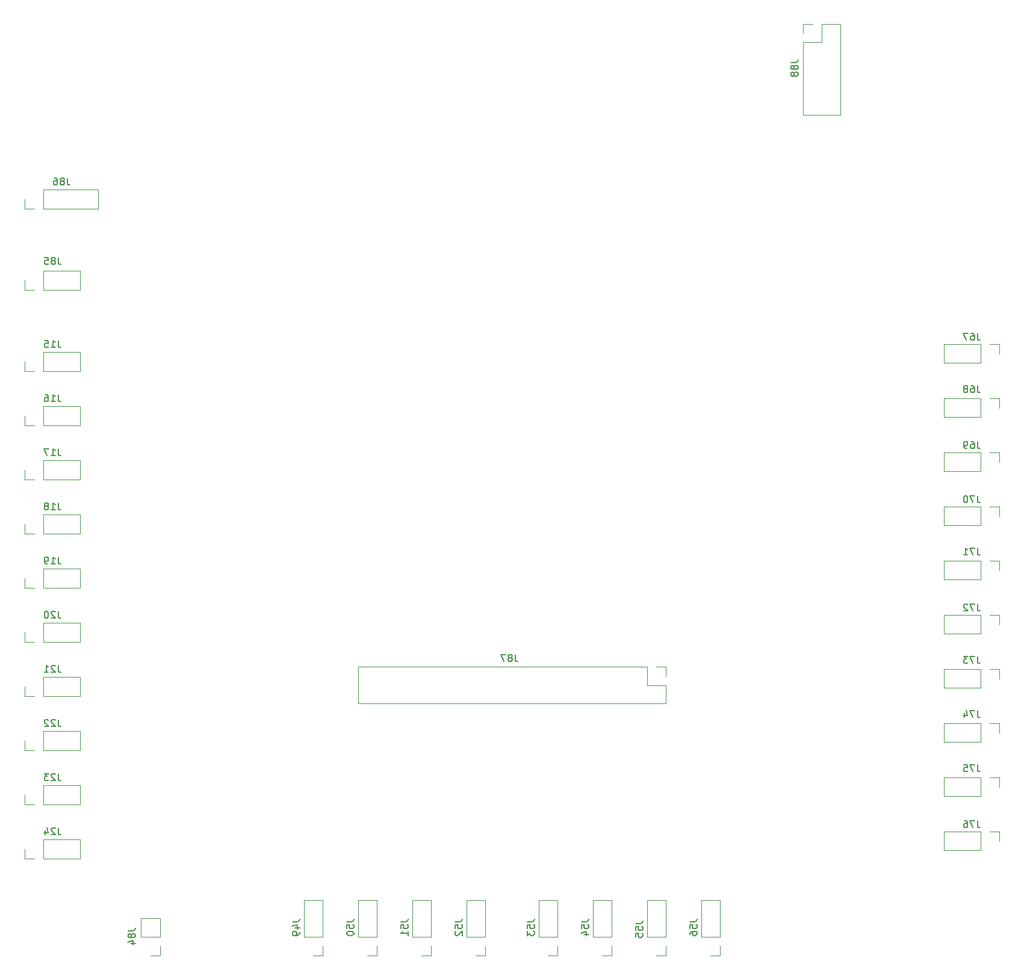
<source format=gbo>
%TF.GenerationSoftware,KiCad,Pcbnew,9.0.6-9.0.6~ubuntu24.04.1*%
%TF.CreationDate,2025-12-31T17:55:56-08:00*%
%TF.ProjectId,roboRIO-interface-v3,726f626f-5249-44f2-9d69-6e7465726661,3*%
%TF.SameCoordinates,PX4fefde0PYc90dba0*%
%TF.FileFunction,Legend,Bot*%
%TF.FilePolarity,Positive*%
%FSLAX46Y46*%
G04 Gerber Fmt 4.6, Leading zero omitted, Abs format (unit mm)*
G04 Created by KiCad (PCBNEW 9.0.6-9.0.6~ubuntu24.04.1) date 2025-12-31 17:55:56*
%MOMM*%
%LPD*%
G01*
G04 APERTURE LIST*
%ADD10C,0.150000*%
%ADD11C,0.120000*%
G04 APERTURE END LIST*
D10*
X218995523Y-136360819D02*
X218995523Y-137075104D01*
X218995523Y-137075104D02*
X219043142Y-137217961D01*
X219043142Y-137217961D02*
X219138380Y-137313200D01*
X219138380Y-137313200D02*
X219281237Y-137360819D01*
X219281237Y-137360819D02*
X219376475Y-137360819D01*
X218090761Y-136360819D02*
X218281237Y-136360819D01*
X218281237Y-136360819D02*
X218376475Y-136408438D01*
X218376475Y-136408438D02*
X218424094Y-136456057D01*
X218424094Y-136456057D02*
X218519332Y-136598914D01*
X218519332Y-136598914D02*
X218566951Y-136789390D01*
X218566951Y-136789390D02*
X218566951Y-137170342D01*
X218566951Y-137170342D02*
X218519332Y-137265580D01*
X218519332Y-137265580D02*
X218471713Y-137313200D01*
X218471713Y-137313200D02*
X218376475Y-137360819D01*
X218376475Y-137360819D02*
X218185999Y-137360819D01*
X218185999Y-137360819D02*
X218090761Y-137313200D01*
X218090761Y-137313200D02*
X218043142Y-137265580D01*
X218043142Y-137265580D02*
X217995523Y-137170342D01*
X217995523Y-137170342D02*
X217995523Y-136932247D01*
X217995523Y-136932247D02*
X218043142Y-136837009D01*
X218043142Y-136837009D02*
X218090761Y-136789390D01*
X218090761Y-136789390D02*
X218185999Y-136741771D01*
X218185999Y-136741771D02*
X218376475Y-136741771D01*
X218376475Y-136741771D02*
X218471713Y-136789390D01*
X218471713Y-136789390D02*
X218519332Y-136837009D01*
X218519332Y-136837009D02*
X218566951Y-136932247D01*
X217519332Y-137360819D02*
X217328856Y-137360819D01*
X217328856Y-137360819D02*
X217233618Y-137313200D01*
X217233618Y-137313200D02*
X217185999Y-137265580D01*
X217185999Y-137265580D02*
X217090761Y-137122723D01*
X217090761Y-137122723D02*
X217043142Y-136932247D01*
X217043142Y-136932247D02*
X217043142Y-136551295D01*
X217043142Y-136551295D02*
X217090761Y-136456057D01*
X217090761Y-136456057D02*
X217138380Y-136408438D01*
X217138380Y-136408438D02*
X217233618Y-136360819D01*
X217233618Y-136360819D02*
X217424094Y-136360819D01*
X217424094Y-136360819D02*
X217519332Y-136408438D01*
X217519332Y-136408438D02*
X217566951Y-136456057D01*
X217566951Y-136456057D02*
X217614570Y-136551295D01*
X217614570Y-136551295D02*
X217614570Y-136789390D01*
X217614570Y-136789390D02*
X217566951Y-136884628D01*
X217566951Y-136884628D02*
X217519332Y-136932247D01*
X217519332Y-136932247D02*
X217424094Y-136979866D01*
X217424094Y-136979866D02*
X217233618Y-136979866D01*
X217233618Y-136979866D02*
X217138380Y-136932247D01*
X217138380Y-136932247D02*
X217090761Y-136884628D01*
X217090761Y-136884628D02*
X217043142Y-136789390D01*
X145504819Y-203914476D02*
X146219104Y-203914476D01*
X146219104Y-203914476D02*
X146361961Y-203866857D01*
X146361961Y-203866857D02*
X146457200Y-203771619D01*
X146457200Y-203771619D02*
X146504819Y-203628762D01*
X146504819Y-203628762D02*
X146504819Y-203533524D01*
X145504819Y-204866857D02*
X145504819Y-204390667D01*
X145504819Y-204390667D02*
X145981009Y-204343048D01*
X145981009Y-204343048D02*
X145933390Y-204390667D01*
X145933390Y-204390667D02*
X145885771Y-204485905D01*
X145885771Y-204485905D02*
X145885771Y-204724000D01*
X145885771Y-204724000D02*
X145933390Y-204819238D01*
X145933390Y-204819238D02*
X145981009Y-204866857D01*
X145981009Y-204866857D02*
X146076247Y-204914476D01*
X146076247Y-204914476D02*
X146314342Y-204914476D01*
X146314342Y-204914476D02*
X146409580Y-204866857D01*
X146409580Y-204866857D02*
X146457200Y-204819238D01*
X146457200Y-204819238D02*
X146504819Y-204724000D01*
X146504819Y-204724000D02*
X146504819Y-204485905D01*
X146504819Y-204485905D02*
X146457200Y-204390667D01*
X146457200Y-204390667D02*
X146409580Y-204343048D01*
X145600057Y-205295429D02*
X145552438Y-205343048D01*
X145552438Y-205343048D02*
X145504819Y-205438286D01*
X145504819Y-205438286D02*
X145504819Y-205676381D01*
X145504819Y-205676381D02*
X145552438Y-205771619D01*
X145552438Y-205771619D02*
X145600057Y-205819238D01*
X145600057Y-205819238D02*
X145695295Y-205866857D01*
X145695295Y-205866857D02*
X145790533Y-205866857D01*
X145790533Y-205866857D02*
X145933390Y-205819238D01*
X145933390Y-205819238D02*
X146504819Y-205247810D01*
X146504819Y-205247810D02*
X146504819Y-205866857D01*
X89709523Y-144996819D02*
X89709523Y-145711104D01*
X89709523Y-145711104D02*
X89757142Y-145853961D01*
X89757142Y-145853961D02*
X89852380Y-145949200D01*
X89852380Y-145949200D02*
X89995237Y-145996819D01*
X89995237Y-145996819D02*
X90090475Y-145996819D01*
X88709523Y-145996819D02*
X89280951Y-145996819D01*
X88995237Y-145996819D02*
X88995237Y-144996819D01*
X88995237Y-144996819D02*
X89090475Y-145139676D01*
X89090475Y-145139676D02*
X89185713Y-145234914D01*
X89185713Y-145234914D02*
X89280951Y-145282533D01*
X88138094Y-145425390D02*
X88233332Y-145377771D01*
X88233332Y-145377771D02*
X88280951Y-145330152D01*
X88280951Y-145330152D02*
X88328570Y-145234914D01*
X88328570Y-145234914D02*
X88328570Y-145187295D01*
X88328570Y-145187295D02*
X88280951Y-145092057D01*
X88280951Y-145092057D02*
X88233332Y-145044438D01*
X88233332Y-145044438D02*
X88138094Y-144996819D01*
X88138094Y-144996819D02*
X87947618Y-144996819D01*
X87947618Y-144996819D02*
X87852380Y-145044438D01*
X87852380Y-145044438D02*
X87804761Y-145092057D01*
X87804761Y-145092057D02*
X87757142Y-145187295D01*
X87757142Y-145187295D02*
X87757142Y-145234914D01*
X87757142Y-145234914D02*
X87804761Y-145330152D01*
X87804761Y-145330152D02*
X87852380Y-145377771D01*
X87852380Y-145377771D02*
X87947618Y-145425390D01*
X87947618Y-145425390D02*
X88138094Y-145425390D01*
X88138094Y-145425390D02*
X88233332Y-145473009D01*
X88233332Y-145473009D02*
X88280951Y-145520628D01*
X88280951Y-145520628D02*
X88328570Y-145615866D01*
X88328570Y-145615866D02*
X88328570Y-145806342D01*
X88328570Y-145806342D02*
X88280951Y-145901580D01*
X88280951Y-145901580D02*
X88233332Y-145949200D01*
X88233332Y-145949200D02*
X88138094Y-145996819D01*
X88138094Y-145996819D02*
X87947618Y-145996819D01*
X87947618Y-145996819D02*
X87852380Y-145949200D01*
X87852380Y-145949200D02*
X87804761Y-145901580D01*
X87804761Y-145901580D02*
X87757142Y-145806342D01*
X87757142Y-145806342D02*
X87757142Y-145615866D01*
X87757142Y-145615866D02*
X87804761Y-145520628D01*
X87804761Y-145520628D02*
X87852380Y-145473009D01*
X87852380Y-145473009D02*
X87947618Y-145425390D01*
X89709523Y-137376819D02*
X89709523Y-138091104D01*
X89709523Y-138091104D02*
X89757142Y-138233961D01*
X89757142Y-138233961D02*
X89852380Y-138329200D01*
X89852380Y-138329200D02*
X89995237Y-138376819D01*
X89995237Y-138376819D02*
X90090475Y-138376819D01*
X88709523Y-138376819D02*
X89280951Y-138376819D01*
X88995237Y-138376819D02*
X88995237Y-137376819D01*
X88995237Y-137376819D02*
X89090475Y-137519676D01*
X89090475Y-137519676D02*
X89185713Y-137614914D01*
X89185713Y-137614914D02*
X89280951Y-137662533D01*
X88376189Y-137376819D02*
X87709523Y-137376819D01*
X87709523Y-137376819D02*
X88138094Y-138376819D01*
X89709523Y-152616819D02*
X89709523Y-153331104D01*
X89709523Y-153331104D02*
X89757142Y-153473961D01*
X89757142Y-153473961D02*
X89852380Y-153569200D01*
X89852380Y-153569200D02*
X89995237Y-153616819D01*
X89995237Y-153616819D02*
X90090475Y-153616819D01*
X88709523Y-153616819D02*
X89280951Y-153616819D01*
X88995237Y-153616819D02*
X88995237Y-152616819D01*
X88995237Y-152616819D02*
X89090475Y-152759676D01*
X89090475Y-152759676D02*
X89185713Y-152854914D01*
X89185713Y-152854914D02*
X89280951Y-152902533D01*
X88233332Y-153616819D02*
X88042856Y-153616819D01*
X88042856Y-153616819D02*
X87947618Y-153569200D01*
X87947618Y-153569200D02*
X87899999Y-153521580D01*
X87899999Y-153521580D02*
X87804761Y-153378723D01*
X87804761Y-153378723D02*
X87757142Y-153188247D01*
X87757142Y-153188247D02*
X87757142Y-152807295D01*
X87757142Y-152807295D02*
X87804761Y-152712057D01*
X87804761Y-152712057D02*
X87852380Y-152664438D01*
X87852380Y-152664438D02*
X87947618Y-152616819D01*
X87947618Y-152616819D02*
X88138094Y-152616819D01*
X88138094Y-152616819D02*
X88233332Y-152664438D01*
X88233332Y-152664438D02*
X88280951Y-152712057D01*
X88280951Y-152712057D02*
X88328570Y-152807295D01*
X88328570Y-152807295D02*
X88328570Y-153045390D01*
X88328570Y-153045390D02*
X88280951Y-153140628D01*
X88280951Y-153140628D02*
X88233332Y-153188247D01*
X88233332Y-153188247D02*
X88138094Y-153235866D01*
X88138094Y-153235866D02*
X87947618Y-153235866D01*
X87947618Y-153235866D02*
X87852380Y-153188247D01*
X87852380Y-153188247D02*
X87804761Y-153140628D01*
X87804761Y-153140628D02*
X87757142Y-153045390D01*
X218995523Y-166586819D02*
X218995523Y-167301104D01*
X218995523Y-167301104D02*
X219043142Y-167443961D01*
X219043142Y-167443961D02*
X219138380Y-167539200D01*
X219138380Y-167539200D02*
X219281237Y-167586819D01*
X219281237Y-167586819D02*
X219376475Y-167586819D01*
X218614570Y-166586819D02*
X217947904Y-166586819D01*
X217947904Y-166586819D02*
X218376475Y-167586819D01*
X217662189Y-166586819D02*
X217043142Y-166586819D01*
X217043142Y-166586819D02*
X217376475Y-166967771D01*
X217376475Y-166967771D02*
X217233618Y-166967771D01*
X217233618Y-166967771D02*
X217138380Y-167015390D01*
X217138380Y-167015390D02*
X217090761Y-167063009D01*
X217090761Y-167063009D02*
X217043142Y-167158247D01*
X217043142Y-167158247D02*
X217043142Y-167396342D01*
X217043142Y-167396342D02*
X217090761Y-167491580D01*
X217090761Y-167491580D02*
X217138380Y-167539200D01*
X217138380Y-167539200D02*
X217233618Y-167586819D01*
X217233618Y-167586819D02*
X217519332Y-167586819D01*
X217519332Y-167586819D02*
X217614570Y-167539200D01*
X217614570Y-167539200D02*
X217662189Y-167491580D01*
X218995523Y-189700819D02*
X218995523Y-190415104D01*
X218995523Y-190415104D02*
X219043142Y-190557961D01*
X219043142Y-190557961D02*
X219138380Y-190653200D01*
X219138380Y-190653200D02*
X219281237Y-190700819D01*
X219281237Y-190700819D02*
X219376475Y-190700819D01*
X218614570Y-189700819D02*
X217947904Y-189700819D01*
X217947904Y-189700819D02*
X218376475Y-190700819D01*
X217138380Y-189700819D02*
X217328856Y-189700819D01*
X217328856Y-189700819D02*
X217424094Y-189748438D01*
X217424094Y-189748438D02*
X217471713Y-189796057D01*
X217471713Y-189796057D02*
X217566951Y-189938914D01*
X217566951Y-189938914D02*
X217614570Y-190129390D01*
X217614570Y-190129390D02*
X217614570Y-190510342D01*
X217614570Y-190510342D02*
X217566951Y-190605580D01*
X217566951Y-190605580D02*
X217519332Y-190653200D01*
X217519332Y-190653200D02*
X217424094Y-190700819D01*
X217424094Y-190700819D02*
X217233618Y-190700819D01*
X217233618Y-190700819D02*
X217138380Y-190653200D01*
X217138380Y-190653200D02*
X217090761Y-190605580D01*
X217090761Y-190605580D02*
X217043142Y-190510342D01*
X217043142Y-190510342D02*
X217043142Y-190272247D01*
X217043142Y-190272247D02*
X217090761Y-190177009D01*
X217090761Y-190177009D02*
X217138380Y-190129390D01*
X217138380Y-190129390D02*
X217233618Y-190081771D01*
X217233618Y-190081771D02*
X217424094Y-190081771D01*
X217424094Y-190081771D02*
X217519332Y-190129390D01*
X217519332Y-190129390D02*
X217566951Y-190177009D01*
X217566951Y-190177009D02*
X217614570Y-190272247D01*
X89709523Y-183096819D02*
X89709523Y-183811104D01*
X89709523Y-183811104D02*
X89757142Y-183953961D01*
X89757142Y-183953961D02*
X89852380Y-184049200D01*
X89852380Y-184049200D02*
X89995237Y-184096819D01*
X89995237Y-184096819D02*
X90090475Y-184096819D01*
X89280951Y-183192057D02*
X89233332Y-183144438D01*
X89233332Y-183144438D02*
X89138094Y-183096819D01*
X89138094Y-183096819D02*
X88899999Y-183096819D01*
X88899999Y-183096819D02*
X88804761Y-183144438D01*
X88804761Y-183144438D02*
X88757142Y-183192057D01*
X88757142Y-183192057D02*
X88709523Y-183287295D01*
X88709523Y-183287295D02*
X88709523Y-183382533D01*
X88709523Y-183382533D02*
X88757142Y-183525390D01*
X88757142Y-183525390D02*
X89328570Y-184096819D01*
X89328570Y-184096819D02*
X88709523Y-184096819D01*
X88376189Y-183096819D02*
X87757142Y-183096819D01*
X87757142Y-183096819D02*
X88090475Y-183477771D01*
X88090475Y-183477771D02*
X87947618Y-183477771D01*
X87947618Y-183477771D02*
X87852380Y-183525390D01*
X87852380Y-183525390D02*
X87804761Y-183573009D01*
X87804761Y-183573009D02*
X87757142Y-183668247D01*
X87757142Y-183668247D02*
X87757142Y-183906342D01*
X87757142Y-183906342D02*
X87804761Y-184001580D01*
X87804761Y-184001580D02*
X87852380Y-184049200D01*
X87852380Y-184049200D02*
X87947618Y-184096819D01*
X87947618Y-184096819D02*
X88233332Y-184096819D01*
X88233332Y-184096819D02*
X88328570Y-184049200D01*
X88328570Y-184049200D02*
X88376189Y-184001580D01*
X218995523Y-174206819D02*
X218995523Y-174921104D01*
X218995523Y-174921104D02*
X219043142Y-175063961D01*
X219043142Y-175063961D02*
X219138380Y-175159200D01*
X219138380Y-175159200D02*
X219281237Y-175206819D01*
X219281237Y-175206819D02*
X219376475Y-175206819D01*
X218614570Y-174206819D02*
X217947904Y-174206819D01*
X217947904Y-174206819D02*
X218376475Y-175206819D01*
X217138380Y-174540152D02*
X217138380Y-175206819D01*
X217376475Y-174159200D02*
X217614570Y-174873485D01*
X217614570Y-174873485D02*
X216995523Y-174873485D01*
X218995523Y-143980819D02*
X218995523Y-144695104D01*
X218995523Y-144695104D02*
X219043142Y-144837961D01*
X219043142Y-144837961D02*
X219138380Y-144933200D01*
X219138380Y-144933200D02*
X219281237Y-144980819D01*
X219281237Y-144980819D02*
X219376475Y-144980819D01*
X218614570Y-143980819D02*
X217947904Y-143980819D01*
X217947904Y-143980819D02*
X218376475Y-144980819D01*
X217376475Y-143980819D02*
X217281237Y-143980819D01*
X217281237Y-143980819D02*
X217185999Y-144028438D01*
X217185999Y-144028438D02*
X217138380Y-144076057D01*
X217138380Y-144076057D02*
X217090761Y-144171295D01*
X217090761Y-144171295D02*
X217043142Y-144361771D01*
X217043142Y-144361771D02*
X217043142Y-144599866D01*
X217043142Y-144599866D02*
X217090761Y-144790342D01*
X217090761Y-144790342D02*
X217138380Y-144885580D01*
X217138380Y-144885580D02*
X217185999Y-144933200D01*
X217185999Y-144933200D02*
X217281237Y-144980819D01*
X217281237Y-144980819D02*
X217376475Y-144980819D01*
X217376475Y-144980819D02*
X217471713Y-144933200D01*
X217471713Y-144933200D02*
X217519332Y-144885580D01*
X217519332Y-144885580D02*
X217566951Y-144790342D01*
X217566951Y-144790342D02*
X217614570Y-144599866D01*
X217614570Y-144599866D02*
X217614570Y-144361771D01*
X217614570Y-144361771D02*
X217566951Y-144171295D01*
X217566951Y-144171295D02*
X217519332Y-144076057D01*
X217519332Y-144076057D02*
X217471713Y-144028438D01*
X217471713Y-144028438D02*
X217376475Y-143980819D01*
X178524819Y-203914476D02*
X179239104Y-203914476D01*
X179239104Y-203914476D02*
X179381961Y-203866857D01*
X179381961Y-203866857D02*
X179477200Y-203771619D01*
X179477200Y-203771619D02*
X179524819Y-203628762D01*
X179524819Y-203628762D02*
X179524819Y-203533524D01*
X178524819Y-204866857D02*
X178524819Y-204390667D01*
X178524819Y-204390667D02*
X179001009Y-204343048D01*
X179001009Y-204343048D02*
X178953390Y-204390667D01*
X178953390Y-204390667D02*
X178905771Y-204485905D01*
X178905771Y-204485905D02*
X178905771Y-204724000D01*
X178905771Y-204724000D02*
X178953390Y-204819238D01*
X178953390Y-204819238D02*
X179001009Y-204866857D01*
X179001009Y-204866857D02*
X179096247Y-204914476D01*
X179096247Y-204914476D02*
X179334342Y-204914476D01*
X179334342Y-204914476D02*
X179429580Y-204866857D01*
X179429580Y-204866857D02*
X179477200Y-204819238D01*
X179477200Y-204819238D02*
X179524819Y-204724000D01*
X179524819Y-204724000D02*
X179524819Y-204485905D01*
X179524819Y-204485905D02*
X179477200Y-204390667D01*
X179477200Y-204390667D02*
X179429580Y-204343048D01*
X178524819Y-205771619D02*
X178524819Y-205581143D01*
X178524819Y-205581143D02*
X178572438Y-205485905D01*
X178572438Y-205485905D02*
X178620057Y-205438286D01*
X178620057Y-205438286D02*
X178762914Y-205343048D01*
X178762914Y-205343048D02*
X178953390Y-205295429D01*
X178953390Y-205295429D02*
X179334342Y-205295429D01*
X179334342Y-205295429D02*
X179429580Y-205343048D01*
X179429580Y-205343048D02*
X179477200Y-205390667D01*
X179477200Y-205390667D02*
X179524819Y-205485905D01*
X179524819Y-205485905D02*
X179524819Y-205676381D01*
X179524819Y-205676381D02*
X179477200Y-205771619D01*
X179477200Y-205771619D02*
X179429580Y-205819238D01*
X179429580Y-205819238D02*
X179334342Y-205866857D01*
X179334342Y-205866857D02*
X179096247Y-205866857D01*
X179096247Y-205866857D02*
X179001009Y-205819238D01*
X179001009Y-205819238D02*
X178953390Y-205771619D01*
X178953390Y-205771619D02*
X178905771Y-205676381D01*
X178905771Y-205676381D02*
X178905771Y-205485905D01*
X178905771Y-205485905D02*
X178953390Y-205390667D01*
X178953390Y-205390667D02*
X179001009Y-205343048D01*
X179001009Y-205343048D02*
X179096247Y-205295429D01*
X218995523Y-151346819D02*
X218995523Y-152061104D01*
X218995523Y-152061104D02*
X219043142Y-152203961D01*
X219043142Y-152203961D02*
X219138380Y-152299200D01*
X219138380Y-152299200D02*
X219281237Y-152346819D01*
X219281237Y-152346819D02*
X219376475Y-152346819D01*
X218614570Y-151346819D02*
X217947904Y-151346819D01*
X217947904Y-151346819D02*
X218376475Y-152346819D01*
X217043142Y-152346819D02*
X217614570Y-152346819D01*
X217328856Y-152346819D02*
X217328856Y-151346819D01*
X217328856Y-151346819D02*
X217424094Y-151489676D01*
X217424094Y-151489676D02*
X217519332Y-151584914D01*
X217519332Y-151584914D02*
X217614570Y-151632533D01*
X218995523Y-121120819D02*
X218995523Y-121835104D01*
X218995523Y-121835104D02*
X219043142Y-121977961D01*
X219043142Y-121977961D02*
X219138380Y-122073200D01*
X219138380Y-122073200D02*
X219281237Y-122120819D01*
X219281237Y-122120819D02*
X219376475Y-122120819D01*
X218090761Y-121120819D02*
X218281237Y-121120819D01*
X218281237Y-121120819D02*
X218376475Y-121168438D01*
X218376475Y-121168438D02*
X218424094Y-121216057D01*
X218424094Y-121216057D02*
X218519332Y-121358914D01*
X218519332Y-121358914D02*
X218566951Y-121549390D01*
X218566951Y-121549390D02*
X218566951Y-121930342D01*
X218566951Y-121930342D02*
X218519332Y-122025580D01*
X218519332Y-122025580D02*
X218471713Y-122073200D01*
X218471713Y-122073200D02*
X218376475Y-122120819D01*
X218376475Y-122120819D02*
X218185999Y-122120819D01*
X218185999Y-122120819D02*
X218090761Y-122073200D01*
X218090761Y-122073200D02*
X218043142Y-122025580D01*
X218043142Y-122025580D02*
X217995523Y-121930342D01*
X217995523Y-121930342D02*
X217995523Y-121692247D01*
X217995523Y-121692247D02*
X218043142Y-121597009D01*
X218043142Y-121597009D02*
X218090761Y-121549390D01*
X218090761Y-121549390D02*
X218185999Y-121501771D01*
X218185999Y-121501771D02*
X218376475Y-121501771D01*
X218376475Y-121501771D02*
X218471713Y-121549390D01*
X218471713Y-121549390D02*
X218519332Y-121597009D01*
X218519332Y-121597009D02*
X218566951Y-121692247D01*
X217662189Y-121120819D02*
X216995523Y-121120819D01*
X216995523Y-121120819D02*
X217424094Y-122120819D01*
X170904819Y-204168476D02*
X171619104Y-204168476D01*
X171619104Y-204168476D02*
X171761961Y-204120857D01*
X171761961Y-204120857D02*
X171857200Y-204025619D01*
X171857200Y-204025619D02*
X171904819Y-203882762D01*
X171904819Y-203882762D02*
X171904819Y-203787524D01*
X170904819Y-205120857D02*
X170904819Y-204644667D01*
X170904819Y-204644667D02*
X171381009Y-204597048D01*
X171381009Y-204597048D02*
X171333390Y-204644667D01*
X171333390Y-204644667D02*
X171285771Y-204739905D01*
X171285771Y-204739905D02*
X171285771Y-204978000D01*
X171285771Y-204978000D02*
X171333390Y-205073238D01*
X171333390Y-205073238D02*
X171381009Y-205120857D01*
X171381009Y-205120857D02*
X171476247Y-205168476D01*
X171476247Y-205168476D02*
X171714342Y-205168476D01*
X171714342Y-205168476D02*
X171809580Y-205120857D01*
X171809580Y-205120857D02*
X171857200Y-205073238D01*
X171857200Y-205073238D02*
X171904819Y-204978000D01*
X171904819Y-204978000D02*
X171904819Y-204739905D01*
X171904819Y-204739905D02*
X171857200Y-204644667D01*
X171857200Y-204644667D02*
X171809580Y-204597048D01*
X170904819Y-206073238D02*
X170904819Y-205597048D01*
X170904819Y-205597048D02*
X171381009Y-205549429D01*
X171381009Y-205549429D02*
X171333390Y-205597048D01*
X171333390Y-205597048D02*
X171285771Y-205692286D01*
X171285771Y-205692286D02*
X171285771Y-205930381D01*
X171285771Y-205930381D02*
X171333390Y-206025619D01*
X171333390Y-206025619D02*
X171381009Y-206073238D01*
X171381009Y-206073238D02*
X171476247Y-206120857D01*
X171476247Y-206120857D02*
X171714342Y-206120857D01*
X171714342Y-206120857D02*
X171809580Y-206073238D01*
X171809580Y-206073238D02*
X171857200Y-206025619D01*
X171857200Y-206025619D02*
X171904819Y-205930381D01*
X171904819Y-205930381D02*
X171904819Y-205692286D01*
X171904819Y-205692286D02*
X171857200Y-205597048D01*
X171857200Y-205597048D02*
X171809580Y-205549429D01*
X163284819Y-203914476D02*
X163999104Y-203914476D01*
X163999104Y-203914476D02*
X164141961Y-203866857D01*
X164141961Y-203866857D02*
X164237200Y-203771619D01*
X164237200Y-203771619D02*
X164284819Y-203628762D01*
X164284819Y-203628762D02*
X164284819Y-203533524D01*
X163284819Y-204866857D02*
X163284819Y-204390667D01*
X163284819Y-204390667D02*
X163761009Y-204343048D01*
X163761009Y-204343048D02*
X163713390Y-204390667D01*
X163713390Y-204390667D02*
X163665771Y-204485905D01*
X163665771Y-204485905D02*
X163665771Y-204724000D01*
X163665771Y-204724000D02*
X163713390Y-204819238D01*
X163713390Y-204819238D02*
X163761009Y-204866857D01*
X163761009Y-204866857D02*
X163856247Y-204914476D01*
X163856247Y-204914476D02*
X164094342Y-204914476D01*
X164094342Y-204914476D02*
X164189580Y-204866857D01*
X164189580Y-204866857D02*
X164237200Y-204819238D01*
X164237200Y-204819238D02*
X164284819Y-204724000D01*
X164284819Y-204724000D02*
X164284819Y-204485905D01*
X164284819Y-204485905D02*
X164237200Y-204390667D01*
X164237200Y-204390667D02*
X164189580Y-204343048D01*
X163618152Y-205771619D02*
X164284819Y-205771619D01*
X163237200Y-205533524D02*
X163951485Y-205295429D01*
X163951485Y-205295429D02*
X163951485Y-205914476D01*
X137884819Y-203914476D02*
X138599104Y-203914476D01*
X138599104Y-203914476D02*
X138741961Y-203866857D01*
X138741961Y-203866857D02*
X138837200Y-203771619D01*
X138837200Y-203771619D02*
X138884819Y-203628762D01*
X138884819Y-203628762D02*
X138884819Y-203533524D01*
X137884819Y-204866857D02*
X137884819Y-204390667D01*
X137884819Y-204390667D02*
X138361009Y-204343048D01*
X138361009Y-204343048D02*
X138313390Y-204390667D01*
X138313390Y-204390667D02*
X138265771Y-204485905D01*
X138265771Y-204485905D02*
X138265771Y-204724000D01*
X138265771Y-204724000D02*
X138313390Y-204819238D01*
X138313390Y-204819238D02*
X138361009Y-204866857D01*
X138361009Y-204866857D02*
X138456247Y-204914476D01*
X138456247Y-204914476D02*
X138694342Y-204914476D01*
X138694342Y-204914476D02*
X138789580Y-204866857D01*
X138789580Y-204866857D02*
X138837200Y-204819238D01*
X138837200Y-204819238D02*
X138884819Y-204724000D01*
X138884819Y-204724000D02*
X138884819Y-204485905D01*
X138884819Y-204485905D02*
X138837200Y-204390667D01*
X138837200Y-204390667D02*
X138789580Y-204343048D01*
X138884819Y-205866857D02*
X138884819Y-205295429D01*
X138884819Y-205581143D02*
X137884819Y-205581143D01*
X137884819Y-205581143D02*
X138027676Y-205485905D01*
X138027676Y-205485905D02*
X138122914Y-205390667D01*
X138122914Y-205390667D02*
X138170533Y-205295429D01*
X218995523Y-128486819D02*
X218995523Y-129201104D01*
X218995523Y-129201104D02*
X219043142Y-129343961D01*
X219043142Y-129343961D02*
X219138380Y-129439200D01*
X219138380Y-129439200D02*
X219281237Y-129486819D01*
X219281237Y-129486819D02*
X219376475Y-129486819D01*
X218090761Y-128486819D02*
X218281237Y-128486819D01*
X218281237Y-128486819D02*
X218376475Y-128534438D01*
X218376475Y-128534438D02*
X218424094Y-128582057D01*
X218424094Y-128582057D02*
X218519332Y-128724914D01*
X218519332Y-128724914D02*
X218566951Y-128915390D01*
X218566951Y-128915390D02*
X218566951Y-129296342D01*
X218566951Y-129296342D02*
X218519332Y-129391580D01*
X218519332Y-129391580D02*
X218471713Y-129439200D01*
X218471713Y-129439200D02*
X218376475Y-129486819D01*
X218376475Y-129486819D02*
X218185999Y-129486819D01*
X218185999Y-129486819D02*
X218090761Y-129439200D01*
X218090761Y-129439200D02*
X218043142Y-129391580D01*
X218043142Y-129391580D02*
X217995523Y-129296342D01*
X217995523Y-129296342D02*
X217995523Y-129058247D01*
X217995523Y-129058247D02*
X218043142Y-128963009D01*
X218043142Y-128963009D02*
X218090761Y-128915390D01*
X218090761Y-128915390D02*
X218185999Y-128867771D01*
X218185999Y-128867771D02*
X218376475Y-128867771D01*
X218376475Y-128867771D02*
X218471713Y-128915390D01*
X218471713Y-128915390D02*
X218519332Y-128963009D01*
X218519332Y-128963009D02*
X218566951Y-129058247D01*
X217424094Y-128915390D02*
X217519332Y-128867771D01*
X217519332Y-128867771D02*
X217566951Y-128820152D01*
X217566951Y-128820152D02*
X217614570Y-128724914D01*
X217614570Y-128724914D02*
X217614570Y-128677295D01*
X217614570Y-128677295D02*
X217566951Y-128582057D01*
X217566951Y-128582057D02*
X217519332Y-128534438D01*
X217519332Y-128534438D02*
X217424094Y-128486819D01*
X217424094Y-128486819D02*
X217233618Y-128486819D01*
X217233618Y-128486819D02*
X217138380Y-128534438D01*
X217138380Y-128534438D02*
X217090761Y-128582057D01*
X217090761Y-128582057D02*
X217043142Y-128677295D01*
X217043142Y-128677295D02*
X217043142Y-128724914D01*
X217043142Y-128724914D02*
X217090761Y-128820152D01*
X217090761Y-128820152D02*
X217138380Y-128867771D01*
X217138380Y-128867771D02*
X217233618Y-128915390D01*
X217233618Y-128915390D02*
X217424094Y-128915390D01*
X217424094Y-128915390D02*
X217519332Y-128963009D01*
X217519332Y-128963009D02*
X217566951Y-129010628D01*
X217566951Y-129010628D02*
X217614570Y-129105866D01*
X217614570Y-129105866D02*
X217614570Y-129296342D01*
X217614570Y-129296342D02*
X217566951Y-129391580D01*
X217566951Y-129391580D02*
X217519332Y-129439200D01*
X217519332Y-129439200D02*
X217424094Y-129486819D01*
X217424094Y-129486819D02*
X217233618Y-129486819D01*
X217233618Y-129486819D02*
X217138380Y-129439200D01*
X217138380Y-129439200D02*
X217090761Y-129391580D01*
X217090761Y-129391580D02*
X217043142Y-129296342D01*
X217043142Y-129296342D02*
X217043142Y-129105866D01*
X217043142Y-129105866D02*
X217090761Y-129010628D01*
X217090761Y-129010628D02*
X217138380Y-128963009D01*
X217138380Y-128963009D02*
X217233618Y-128915390D01*
X153971523Y-166332819D02*
X153971523Y-167047104D01*
X153971523Y-167047104D02*
X154019142Y-167189961D01*
X154019142Y-167189961D02*
X154114380Y-167285200D01*
X154114380Y-167285200D02*
X154257237Y-167332819D01*
X154257237Y-167332819D02*
X154352475Y-167332819D01*
X153352475Y-166761390D02*
X153447713Y-166713771D01*
X153447713Y-166713771D02*
X153495332Y-166666152D01*
X153495332Y-166666152D02*
X153542951Y-166570914D01*
X153542951Y-166570914D02*
X153542951Y-166523295D01*
X153542951Y-166523295D02*
X153495332Y-166428057D01*
X153495332Y-166428057D02*
X153447713Y-166380438D01*
X153447713Y-166380438D02*
X153352475Y-166332819D01*
X153352475Y-166332819D02*
X153161999Y-166332819D01*
X153161999Y-166332819D02*
X153066761Y-166380438D01*
X153066761Y-166380438D02*
X153019142Y-166428057D01*
X153019142Y-166428057D02*
X152971523Y-166523295D01*
X152971523Y-166523295D02*
X152971523Y-166570914D01*
X152971523Y-166570914D02*
X153019142Y-166666152D01*
X153019142Y-166666152D02*
X153066761Y-166713771D01*
X153066761Y-166713771D02*
X153161999Y-166761390D01*
X153161999Y-166761390D02*
X153352475Y-166761390D01*
X153352475Y-166761390D02*
X153447713Y-166809009D01*
X153447713Y-166809009D02*
X153495332Y-166856628D01*
X153495332Y-166856628D02*
X153542951Y-166951866D01*
X153542951Y-166951866D02*
X153542951Y-167142342D01*
X153542951Y-167142342D02*
X153495332Y-167237580D01*
X153495332Y-167237580D02*
X153447713Y-167285200D01*
X153447713Y-167285200D02*
X153352475Y-167332819D01*
X153352475Y-167332819D02*
X153161999Y-167332819D01*
X153161999Y-167332819D02*
X153066761Y-167285200D01*
X153066761Y-167285200D02*
X153019142Y-167237580D01*
X153019142Y-167237580D02*
X152971523Y-167142342D01*
X152971523Y-167142342D02*
X152971523Y-166951866D01*
X152971523Y-166951866D02*
X153019142Y-166856628D01*
X153019142Y-166856628D02*
X153066761Y-166809009D01*
X153066761Y-166809009D02*
X153161999Y-166761390D01*
X152638189Y-166332819D02*
X151971523Y-166332819D01*
X151971523Y-166332819D02*
X152400094Y-167332819D01*
X89709523Y-122136819D02*
X89709523Y-122851104D01*
X89709523Y-122851104D02*
X89757142Y-122993961D01*
X89757142Y-122993961D02*
X89852380Y-123089200D01*
X89852380Y-123089200D02*
X89995237Y-123136819D01*
X89995237Y-123136819D02*
X90090475Y-123136819D01*
X88709523Y-123136819D02*
X89280951Y-123136819D01*
X88995237Y-123136819D02*
X88995237Y-122136819D01*
X88995237Y-122136819D02*
X89090475Y-122279676D01*
X89090475Y-122279676D02*
X89185713Y-122374914D01*
X89185713Y-122374914D02*
X89280951Y-122422533D01*
X87804761Y-122136819D02*
X88280951Y-122136819D01*
X88280951Y-122136819D02*
X88328570Y-122613009D01*
X88328570Y-122613009D02*
X88280951Y-122565390D01*
X88280951Y-122565390D02*
X88185713Y-122517771D01*
X88185713Y-122517771D02*
X87947618Y-122517771D01*
X87947618Y-122517771D02*
X87852380Y-122565390D01*
X87852380Y-122565390D02*
X87804761Y-122613009D01*
X87804761Y-122613009D02*
X87757142Y-122708247D01*
X87757142Y-122708247D02*
X87757142Y-122946342D01*
X87757142Y-122946342D02*
X87804761Y-123041580D01*
X87804761Y-123041580D02*
X87852380Y-123089200D01*
X87852380Y-123089200D02*
X87947618Y-123136819D01*
X87947618Y-123136819D02*
X88185713Y-123136819D01*
X88185713Y-123136819D02*
X88280951Y-123089200D01*
X88280951Y-123089200D02*
X88328570Y-123041580D01*
X89709523Y-110452819D02*
X89709523Y-111167104D01*
X89709523Y-111167104D02*
X89757142Y-111309961D01*
X89757142Y-111309961D02*
X89852380Y-111405200D01*
X89852380Y-111405200D02*
X89995237Y-111452819D01*
X89995237Y-111452819D02*
X90090475Y-111452819D01*
X89090475Y-110881390D02*
X89185713Y-110833771D01*
X89185713Y-110833771D02*
X89233332Y-110786152D01*
X89233332Y-110786152D02*
X89280951Y-110690914D01*
X89280951Y-110690914D02*
X89280951Y-110643295D01*
X89280951Y-110643295D02*
X89233332Y-110548057D01*
X89233332Y-110548057D02*
X89185713Y-110500438D01*
X89185713Y-110500438D02*
X89090475Y-110452819D01*
X89090475Y-110452819D02*
X88899999Y-110452819D01*
X88899999Y-110452819D02*
X88804761Y-110500438D01*
X88804761Y-110500438D02*
X88757142Y-110548057D01*
X88757142Y-110548057D02*
X88709523Y-110643295D01*
X88709523Y-110643295D02*
X88709523Y-110690914D01*
X88709523Y-110690914D02*
X88757142Y-110786152D01*
X88757142Y-110786152D02*
X88804761Y-110833771D01*
X88804761Y-110833771D02*
X88899999Y-110881390D01*
X88899999Y-110881390D02*
X89090475Y-110881390D01*
X89090475Y-110881390D02*
X89185713Y-110929009D01*
X89185713Y-110929009D02*
X89233332Y-110976628D01*
X89233332Y-110976628D02*
X89280951Y-111071866D01*
X89280951Y-111071866D02*
X89280951Y-111262342D01*
X89280951Y-111262342D02*
X89233332Y-111357580D01*
X89233332Y-111357580D02*
X89185713Y-111405200D01*
X89185713Y-111405200D02*
X89090475Y-111452819D01*
X89090475Y-111452819D02*
X88899999Y-111452819D01*
X88899999Y-111452819D02*
X88804761Y-111405200D01*
X88804761Y-111405200D02*
X88757142Y-111357580D01*
X88757142Y-111357580D02*
X88709523Y-111262342D01*
X88709523Y-111262342D02*
X88709523Y-111071866D01*
X88709523Y-111071866D02*
X88757142Y-110976628D01*
X88757142Y-110976628D02*
X88804761Y-110929009D01*
X88804761Y-110929009D02*
X88899999Y-110881390D01*
X87804761Y-110452819D02*
X88280951Y-110452819D01*
X88280951Y-110452819D02*
X88328570Y-110929009D01*
X88328570Y-110929009D02*
X88280951Y-110881390D01*
X88280951Y-110881390D02*
X88185713Y-110833771D01*
X88185713Y-110833771D02*
X87947618Y-110833771D01*
X87947618Y-110833771D02*
X87852380Y-110881390D01*
X87852380Y-110881390D02*
X87804761Y-110929009D01*
X87804761Y-110929009D02*
X87757142Y-111024247D01*
X87757142Y-111024247D02*
X87757142Y-111262342D01*
X87757142Y-111262342D02*
X87804761Y-111357580D01*
X87804761Y-111357580D02*
X87852380Y-111405200D01*
X87852380Y-111405200D02*
X87947618Y-111452819D01*
X87947618Y-111452819D02*
X88185713Y-111452819D01*
X88185713Y-111452819D02*
X88280951Y-111405200D01*
X88280951Y-111405200D02*
X88328570Y-111357580D01*
X155664819Y-203914476D02*
X156379104Y-203914476D01*
X156379104Y-203914476D02*
X156521961Y-203866857D01*
X156521961Y-203866857D02*
X156617200Y-203771619D01*
X156617200Y-203771619D02*
X156664819Y-203628762D01*
X156664819Y-203628762D02*
X156664819Y-203533524D01*
X155664819Y-204866857D02*
X155664819Y-204390667D01*
X155664819Y-204390667D02*
X156141009Y-204343048D01*
X156141009Y-204343048D02*
X156093390Y-204390667D01*
X156093390Y-204390667D02*
X156045771Y-204485905D01*
X156045771Y-204485905D02*
X156045771Y-204724000D01*
X156045771Y-204724000D02*
X156093390Y-204819238D01*
X156093390Y-204819238D02*
X156141009Y-204866857D01*
X156141009Y-204866857D02*
X156236247Y-204914476D01*
X156236247Y-204914476D02*
X156474342Y-204914476D01*
X156474342Y-204914476D02*
X156569580Y-204866857D01*
X156569580Y-204866857D02*
X156617200Y-204819238D01*
X156617200Y-204819238D02*
X156664819Y-204724000D01*
X156664819Y-204724000D02*
X156664819Y-204485905D01*
X156664819Y-204485905D02*
X156617200Y-204390667D01*
X156617200Y-204390667D02*
X156569580Y-204343048D01*
X155664819Y-205247810D02*
X155664819Y-205866857D01*
X155664819Y-205866857D02*
X156045771Y-205533524D01*
X156045771Y-205533524D02*
X156045771Y-205676381D01*
X156045771Y-205676381D02*
X156093390Y-205771619D01*
X156093390Y-205771619D02*
X156141009Y-205819238D01*
X156141009Y-205819238D02*
X156236247Y-205866857D01*
X156236247Y-205866857D02*
X156474342Y-205866857D01*
X156474342Y-205866857D02*
X156569580Y-205819238D01*
X156569580Y-205819238D02*
X156617200Y-205771619D01*
X156617200Y-205771619D02*
X156664819Y-205676381D01*
X156664819Y-205676381D02*
X156664819Y-205390667D01*
X156664819Y-205390667D02*
X156617200Y-205295429D01*
X156617200Y-205295429D02*
X156569580Y-205247810D01*
X89709523Y-160236819D02*
X89709523Y-160951104D01*
X89709523Y-160951104D02*
X89757142Y-161093961D01*
X89757142Y-161093961D02*
X89852380Y-161189200D01*
X89852380Y-161189200D02*
X89995237Y-161236819D01*
X89995237Y-161236819D02*
X90090475Y-161236819D01*
X89280951Y-160332057D02*
X89233332Y-160284438D01*
X89233332Y-160284438D02*
X89138094Y-160236819D01*
X89138094Y-160236819D02*
X88899999Y-160236819D01*
X88899999Y-160236819D02*
X88804761Y-160284438D01*
X88804761Y-160284438D02*
X88757142Y-160332057D01*
X88757142Y-160332057D02*
X88709523Y-160427295D01*
X88709523Y-160427295D02*
X88709523Y-160522533D01*
X88709523Y-160522533D02*
X88757142Y-160665390D01*
X88757142Y-160665390D02*
X89328570Y-161236819D01*
X89328570Y-161236819D02*
X88709523Y-161236819D01*
X88090475Y-160236819D02*
X87995237Y-160236819D01*
X87995237Y-160236819D02*
X87899999Y-160284438D01*
X87899999Y-160284438D02*
X87852380Y-160332057D01*
X87852380Y-160332057D02*
X87804761Y-160427295D01*
X87804761Y-160427295D02*
X87757142Y-160617771D01*
X87757142Y-160617771D02*
X87757142Y-160855866D01*
X87757142Y-160855866D02*
X87804761Y-161046342D01*
X87804761Y-161046342D02*
X87852380Y-161141580D01*
X87852380Y-161141580D02*
X87899999Y-161189200D01*
X87899999Y-161189200D02*
X87995237Y-161236819D01*
X87995237Y-161236819D02*
X88090475Y-161236819D01*
X88090475Y-161236819D02*
X88185713Y-161189200D01*
X88185713Y-161189200D02*
X88233332Y-161141580D01*
X88233332Y-161141580D02*
X88280951Y-161046342D01*
X88280951Y-161046342D02*
X88328570Y-160855866D01*
X88328570Y-160855866D02*
X88328570Y-160617771D01*
X88328570Y-160617771D02*
X88280951Y-160427295D01*
X88280951Y-160427295D02*
X88233332Y-160332057D01*
X88233332Y-160332057D02*
X88185713Y-160284438D01*
X88185713Y-160284438D02*
X88090475Y-160236819D01*
X218995523Y-181826819D02*
X218995523Y-182541104D01*
X218995523Y-182541104D02*
X219043142Y-182683961D01*
X219043142Y-182683961D02*
X219138380Y-182779200D01*
X219138380Y-182779200D02*
X219281237Y-182826819D01*
X219281237Y-182826819D02*
X219376475Y-182826819D01*
X218614570Y-181826819D02*
X217947904Y-181826819D01*
X217947904Y-181826819D02*
X218376475Y-182826819D01*
X217090761Y-181826819D02*
X217566951Y-181826819D01*
X217566951Y-181826819D02*
X217614570Y-182303009D01*
X217614570Y-182303009D02*
X217566951Y-182255390D01*
X217566951Y-182255390D02*
X217471713Y-182207771D01*
X217471713Y-182207771D02*
X217233618Y-182207771D01*
X217233618Y-182207771D02*
X217138380Y-182255390D01*
X217138380Y-182255390D02*
X217090761Y-182303009D01*
X217090761Y-182303009D02*
X217043142Y-182398247D01*
X217043142Y-182398247D02*
X217043142Y-182636342D01*
X217043142Y-182636342D02*
X217090761Y-182731580D01*
X217090761Y-182731580D02*
X217138380Y-182779200D01*
X217138380Y-182779200D02*
X217233618Y-182826819D01*
X217233618Y-182826819D02*
X217471713Y-182826819D01*
X217471713Y-182826819D02*
X217566951Y-182779200D01*
X217566951Y-182779200D02*
X217614570Y-182731580D01*
X90979523Y-99276819D02*
X90979523Y-99991104D01*
X90979523Y-99991104D02*
X91027142Y-100133961D01*
X91027142Y-100133961D02*
X91122380Y-100229200D01*
X91122380Y-100229200D02*
X91265237Y-100276819D01*
X91265237Y-100276819D02*
X91360475Y-100276819D01*
X90360475Y-99705390D02*
X90455713Y-99657771D01*
X90455713Y-99657771D02*
X90503332Y-99610152D01*
X90503332Y-99610152D02*
X90550951Y-99514914D01*
X90550951Y-99514914D02*
X90550951Y-99467295D01*
X90550951Y-99467295D02*
X90503332Y-99372057D01*
X90503332Y-99372057D02*
X90455713Y-99324438D01*
X90455713Y-99324438D02*
X90360475Y-99276819D01*
X90360475Y-99276819D02*
X90169999Y-99276819D01*
X90169999Y-99276819D02*
X90074761Y-99324438D01*
X90074761Y-99324438D02*
X90027142Y-99372057D01*
X90027142Y-99372057D02*
X89979523Y-99467295D01*
X89979523Y-99467295D02*
X89979523Y-99514914D01*
X89979523Y-99514914D02*
X90027142Y-99610152D01*
X90027142Y-99610152D02*
X90074761Y-99657771D01*
X90074761Y-99657771D02*
X90169999Y-99705390D01*
X90169999Y-99705390D02*
X90360475Y-99705390D01*
X90360475Y-99705390D02*
X90455713Y-99753009D01*
X90455713Y-99753009D02*
X90503332Y-99800628D01*
X90503332Y-99800628D02*
X90550951Y-99895866D01*
X90550951Y-99895866D02*
X90550951Y-100086342D01*
X90550951Y-100086342D02*
X90503332Y-100181580D01*
X90503332Y-100181580D02*
X90455713Y-100229200D01*
X90455713Y-100229200D02*
X90360475Y-100276819D01*
X90360475Y-100276819D02*
X90169999Y-100276819D01*
X90169999Y-100276819D02*
X90074761Y-100229200D01*
X90074761Y-100229200D02*
X90027142Y-100181580D01*
X90027142Y-100181580D02*
X89979523Y-100086342D01*
X89979523Y-100086342D02*
X89979523Y-99895866D01*
X89979523Y-99895866D02*
X90027142Y-99800628D01*
X90027142Y-99800628D02*
X90074761Y-99753009D01*
X90074761Y-99753009D02*
X90169999Y-99705390D01*
X89122380Y-99276819D02*
X89312856Y-99276819D01*
X89312856Y-99276819D02*
X89408094Y-99324438D01*
X89408094Y-99324438D02*
X89455713Y-99372057D01*
X89455713Y-99372057D02*
X89550951Y-99514914D01*
X89550951Y-99514914D02*
X89598570Y-99705390D01*
X89598570Y-99705390D02*
X89598570Y-100086342D01*
X89598570Y-100086342D02*
X89550951Y-100181580D01*
X89550951Y-100181580D02*
X89503332Y-100229200D01*
X89503332Y-100229200D02*
X89408094Y-100276819D01*
X89408094Y-100276819D02*
X89217618Y-100276819D01*
X89217618Y-100276819D02*
X89122380Y-100229200D01*
X89122380Y-100229200D02*
X89074761Y-100181580D01*
X89074761Y-100181580D02*
X89027142Y-100086342D01*
X89027142Y-100086342D02*
X89027142Y-99848247D01*
X89027142Y-99848247D02*
X89074761Y-99753009D01*
X89074761Y-99753009D02*
X89122380Y-99705390D01*
X89122380Y-99705390D02*
X89217618Y-99657771D01*
X89217618Y-99657771D02*
X89408094Y-99657771D01*
X89408094Y-99657771D02*
X89503332Y-99705390D01*
X89503332Y-99705390D02*
X89550951Y-99753009D01*
X89550951Y-99753009D02*
X89598570Y-99848247D01*
X99530819Y-205184476D02*
X100245104Y-205184476D01*
X100245104Y-205184476D02*
X100387961Y-205136857D01*
X100387961Y-205136857D02*
X100483200Y-205041619D01*
X100483200Y-205041619D02*
X100530819Y-204898762D01*
X100530819Y-204898762D02*
X100530819Y-204803524D01*
X99959390Y-205803524D02*
X99911771Y-205708286D01*
X99911771Y-205708286D02*
X99864152Y-205660667D01*
X99864152Y-205660667D02*
X99768914Y-205613048D01*
X99768914Y-205613048D02*
X99721295Y-205613048D01*
X99721295Y-205613048D02*
X99626057Y-205660667D01*
X99626057Y-205660667D02*
X99578438Y-205708286D01*
X99578438Y-205708286D02*
X99530819Y-205803524D01*
X99530819Y-205803524D02*
X99530819Y-205994000D01*
X99530819Y-205994000D02*
X99578438Y-206089238D01*
X99578438Y-206089238D02*
X99626057Y-206136857D01*
X99626057Y-206136857D02*
X99721295Y-206184476D01*
X99721295Y-206184476D02*
X99768914Y-206184476D01*
X99768914Y-206184476D02*
X99864152Y-206136857D01*
X99864152Y-206136857D02*
X99911771Y-206089238D01*
X99911771Y-206089238D02*
X99959390Y-205994000D01*
X99959390Y-205994000D02*
X99959390Y-205803524D01*
X99959390Y-205803524D02*
X100007009Y-205708286D01*
X100007009Y-205708286D02*
X100054628Y-205660667D01*
X100054628Y-205660667D02*
X100149866Y-205613048D01*
X100149866Y-205613048D02*
X100340342Y-205613048D01*
X100340342Y-205613048D02*
X100435580Y-205660667D01*
X100435580Y-205660667D02*
X100483200Y-205708286D01*
X100483200Y-205708286D02*
X100530819Y-205803524D01*
X100530819Y-205803524D02*
X100530819Y-205994000D01*
X100530819Y-205994000D02*
X100483200Y-206089238D01*
X100483200Y-206089238D02*
X100435580Y-206136857D01*
X100435580Y-206136857D02*
X100340342Y-206184476D01*
X100340342Y-206184476D02*
X100149866Y-206184476D01*
X100149866Y-206184476D02*
X100054628Y-206136857D01*
X100054628Y-206136857D02*
X100007009Y-206089238D01*
X100007009Y-206089238D02*
X99959390Y-205994000D01*
X99864152Y-207041619D02*
X100530819Y-207041619D01*
X99483200Y-206803524D02*
X100197485Y-206565429D01*
X100197485Y-206565429D02*
X100197485Y-207184476D01*
X89709523Y-167856819D02*
X89709523Y-168571104D01*
X89709523Y-168571104D02*
X89757142Y-168713961D01*
X89757142Y-168713961D02*
X89852380Y-168809200D01*
X89852380Y-168809200D02*
X89995237Y-168856819D01*
X89995237Y-168856819D02*
X90090475Y-168856819D01*
X89280951Y-167952057D02*
X89233332Y-167904438D01*
X89233332Y-167904438D02*
X89138094Y-167856819D01*
X89138094Y-167856819D02*
X88899999Y-167856819D01*
X88899999Y-167856819D02*
X88804761Y-167904438D01*
X88804761Y-167904438D02*
X88757142Y-167952057D01*
X88757142Y-167952057D02*
X88709523Y-168047295D01*
X88709523Y-168047295D02*
X88709523Y-168142533D01*
X88709523Y-168142533D02*
X88757142Y-168285390D01*
X88757142Y-168285390D02*
X89328570Y-168856819D01*
X89328570Y-168856819D02*
X88709523Y-168856819D01*
X87757142Y-168856819D02*
X88328570Y-168856819D01*
X88042856Y-168856819D02*
X88042856Y-167856819D01*
X88042856Y-167856819D02*
X88138094Y-167999676D01*
X88138094Y-167999676D02*
X88233332Y-168094914D01*
X88233332Y-168094914D02*
X88328570Y-168142533D01*
X130264819Y-203914476D02*
X130979104Y-203914476D01*
X130979104Y-203914476D02*
X131121961Y-203866857D01*
X131121961Y-203866857D02*
X131217200Y-203771619D01*
X131217200Y-203771619D02*
X131264819Y-203628762D01*
X131264819Y-203628762D02*
X131264819Y-203533524D01*
X130264819Y-204866857D02*
X130264819Y-204390667D01*
X130264819Y-204390667D02*
X130741009Y-204343048D01*
X130741009Y-204343048D02*
X130693390Y-204390667D01*
X130693390Y-204390667D02*
X130645771Y-204485905D01*
X130645771Y-204485905D02*
X130645771Y-204724000D01*
X130645771Y-204724000D02*
X130693390Y-204819238D01*
X130693390Y-204819238D02*
X130741009Y-204866857D01*
X130741009Y-204866857D02*
X130836247Y-204914476D01*
X130836247Y-204914476D02*
X131074342Y-204914476D01*
X131074342Y-204914476D02*
X131169580Y-204866857D01*
X131169580Y-204866857D02*
X131217200Y-204819238D01*
X131217200Y-204819238D02*
X131264819Y-204724000D01*
X131264819Y-204724000D02*
X131264819Y-204485905D01*
X131264819Y-204485905D02*
X131217200Y-204390667D01*
X131217200Y-204390667D02*
X131169580Y-204343048D01*
X130264819Y-205533524D02*
X130264819Y-205628762D01*
X130264819Y-205628762D02*
X130312438Y-205724000D01*
X130312438Y-205724000D02*
X130360057Y-205771619D01*
X130360057Y-205771619D02*
X130455295Y-205819238D01*
X130455295Y-205819238D02*
X130645771Y-205866857D01*
X130645771Y-205866857D02*
X130883866Y-205866857D01*
X130883866Y-205866857D02*
X131074342Y-205819238D01*
X131074342Y-205819238D02*
X131169580Y-205771619D01*
X131169580Y-205771619D02*
X131217200Y-205724000D01*
X131217200Y-205724000D02*
X131264819Y-205628762D01*
X131264819Y-205628762D02*
X131264819Y-205533524D01*
X131264819Y-205533524D02*
X131217200Y-205438286D01*
X131217200Y-205438286D02*
X131169580Y-205390667D01*
X131169580Y-205390667D02*
X131074342Y-205343048D01*
X131074342Y-205343048D02*
X130883866Y-205295429D01*
X130883866Y-205295429D02*
X130645771Y-205295429D01*
X130645771Y-205295429D02*
X130455295Y-205343048D01*
X130455295Y-205343048D02*
X130360057Y-205390667D01*
X130360057Y-205390667D02*
X130312438Y-205438286D01*
X130312438Y-205438286D02*
X130264819Y-205533524D01*
X89709523Y-190716819D02*
X89709523Y-191431104D01*
X89709523Y-191431104D02*
X89757142Y-191573961D01*
X89757142Y-191573961D02*
X89852380Y-191669200D01*
X89852380Y-191669200D02*
X89995237Y-191716819D01*
X89995237Y-191716819D02*
X90090475Y-191716819D01*
X89280951Y-190812057D02*
X89233332Y-190764438D01*
X89233332Y-190764438D02*
X89138094Y-190716819D01*
X89138094Y-190716819D02*
X88899999Y-190716819D01*
X88899999Y-190716819D02*
X88804761Y-190764438D01*
X88804761Y-190764438D02*
X88757142Y-190812057D01*
X88757142Y-190812057D02*
X88709523Y-190907295D01*
X88709523Y-190907295D02*
X88709523Y-191002533D01*
X88709523Y-191002533D02*
X88757142Y-191145390D01*
X88757142Y-191145390D02*
X89328570Y-191716819D01*
X89328570Y-191716819D02*
X88709523Y-191716819D01*
X87852380Y-191050152D02*
X87852380Y-191716819D01*
X88090475Y-190669200D02*
X88328570Y-191383485D01*
X88328570Y-191383485D02*
X87709523Y-191383485D01*
X89709523Y-129756819D02*
X89709523Y-130471104D01*
X89709523Y-130471104D02*
X89757142Y-130613961D01*
X89757142Y-130613961D02*
X89852380Y-130709200D01*
X89852380Y-130709200D02*
X89995237Y-130756819D01*
X89995237Y-130756819D02*
X90090475Y-130756819D01*
X88709523Y-130756819D02*
X89280951Y-130756819D01*
X88995237Y-130756819D02*
X88995237Y-129756819D01*
X88995237Y-129756819D02*
X89090475Y-129899676D01*
X89090475Y-129899676D02*
X89185713Y-129994914D01*
X89185713Y-129994914D02*
X89280951Y-130042533D01*
X87852380Y-129756819D02*
X88042856Y-129756819D01*
X88042856Y-129756819D02*
X88138094Y-129804438D01*
X88138094Y-129804438D02*
X88185713Y-129852057D01*
X88185713Y-129852057D02*
X88280951Y-129994914D01*
X88280951Y-129994914D02*
X88328570Y-130185390D01*
X88328570Y-130185390D02*
X88328570Y-130566342D01*
X88328570Y-130566342D02*
X88280951Y-130661580D01*
X88280951Y-130661580D02*
X88233332Y-130709200D01*
X88233332Y-130709200D02*
X88138094Y-130756819D01*
X88138094Y-130756819D02*
X87947618Y-130756819D01*
X87947618Y-130756819D02*
X87852380Y-130709200D01*
X87852380Y-130709200D02*
X87804761Y-130661580D01*
X87804761Y-130661580D02*
X87757142Y-130566342D01*
X87757142Y-130566342D02*
X87757142Y-130328247D01*
X87757142Y-130328247D02*
X87804761Y-130233009D01*
X87804761Y-130233009D02*
X87852380Y-130185390D01*
X87852380Y-130185390D02*
X87947618Y-130137771D01*
X87947618Y-130137771D02*
X88138094Y-130137771D01*
X88138094Y-130137771D02*
X88233332Y-130185390D01*
X88233332Y-130185390D02*
X88280951Y-130233009D01*
X88280951Y-130233009D02*
X88328570Y-130328247D01*
X192748819Y-83010476D02*
X193463104Y-83010476D01*
X193463104Y-83010476D02*
X193605961Y-82962857D01*
X193605961Y-82962857D02*
X193701200Y-82867619D01*
X193701200Y-82867619D02*
X193748819Y-82724762D01*
X193748819Y-82724762D02*
X193748819Y-82629524D01*
X193177390Y-83629524D02*
X193129771Y-83534286D01*
X193129771Y-83534286D02*
X193082152Y-83486667D01*
X193082152Y-83486667D02*
X192986914Y-83439048D01*
X192986914Y-83439048D02*
X192939295Y-83439048D01*
X192939295Y-83439048D02*
X192844057Y-83486667D01*
X192844057Y-83486667D02*
X192796438Y-83534286D01*
X192796438Y-83534286D02*
X192748819Y-83629524D01*
X192748819Y-83629524D02*
X192748819Y-83820000D01*
X192748819Y-83820000D02*
X192796438Y-83915238D01*
X192796438Y-83915238D02*
X192844057Y-83962857D01*
X192844057Y-83962857D02*
X192939295Y-84010476D01*
X192939295Y-84010476D02*
X192986914Y-84010476D01*
X192986914Y-84010476D02*
X193082152Y-83962857D01*
X193082152Y-83962857D02*
X193129771Y-83915238D01*
X193129771Y-83915238D02*
X193177390Y-83820000D01*
X193177390Y-83820000D02*
X193177390Y-83629524D01*
X193177390Y-83629524D02*
X193225009Y-83534286D01*
X193225009Y-83534286D02*
X193272628Y-83486667D01*
X193272628Y-83486667D02*
X193367866Y-83439048D01*
X193367866Y-83439048D02*
X193558342Y-83439048D01*
X193558342Y-83439048D02*
X193653580Y-83486667D01*
X193653580Y-83486667D02*
X193701200Y-83534286D01*
X193701200Y-83534286D02*
X193748819Y-83629524D01*
X193748819Y-83629524D02*
X193748819Y-83820000D01*
X193748819Y-83820000D02*
X193701200Y-83915238D01*
X193701200Y-83915238D02*
X193653580Y-83962857D01*
X193653580Y-83962857D02*
X193558342Y-84010476D01*
X193558342Y-84010476D02*
X193367866Y-84010476D01*
X193367866Y-84010476D02*
X193272628Y-83962857D01*
X193272628Y-83962857D02*
X193225009Y-83915238D01*
X193225009Y-83915238D02*
X193177390Y-83820000D01*
X193177390Y-84581905D02*
X193129771Y-84486667D01*
X193129771Y-84486667D02*
X193082152Y-84439048D01*
X193082152Y-84439048D02*
X192986914Y-84391429D01*
X192986914Y-84391429D02*
X192939295Y-84391429D01*
X192939295Y-84391429D02*
X192844057Y-84439048D01*
X192844057Y-84439048D02*
X192796438Y-84486667D01*
X192796438Y-84486667D02*
X192748819Y-84581905D01*
X192748819Y-84581905D02*
X192748819Y-84772381D01*
X192748819Y-84772381D02*
X192796438Y-84867619D01*
X192796438Y-84867619D02*
X192844057Y-84915238D01*
X192844057Y-84915238D02*
X192939295Y-84962857D01*
X192939295Y-84962857D02*
X192986914Y-84962857D01*
X192986914Y-84962857D02*
X193082152Y-84915238D01*
X193082152Y-84915238D02*
X193129771Y-84867619D01*
X193129771Y-84867619D02*
X193177390Y-84772381D01*
X193177390Y-84772381D02*
X193177390Y-84581905D01*
X193177390Y-84581905D02*
X193225009Y-84486667D01*
X193225009Y-84486667D02*
X193272628Y-84439048D01*
X193272628Y-84439048D02*
X193367866Y-84391429D01*
X193367866Y-84391429D02*
X193558342Y-84391429D01*
X193558342Y-84391429D02*
X193653580Y-84439048D01*
X193653580Y-84439048D02*
X193701200Y-84486667D01*
X193701200Y-84486667D02*
X193748819Y-84581905D01*
X193748819Y-84581905D02*
X193748819Y-84772381D01*
X193748819Y-84772381D02*
X193701200Y-84867619D01*
X193701200Y-84867619D02*
X193653580Y-84915238D01*
X193653580Y-84915238D02*
X193558342Y-84962857D01*
X193558342Y-84962857D02*
X193367866Y-84962857D01*
X193367866Y-84962857D02*
X193272628Y-84915238D01*
X193272628Y-84915238D02*
X193225009Y-84867619D01*
X193225009Y-84867619D02*
X193177390Y-84772381D01*
X122644819Y-203914476D02*
X123359104Y-203914476D01*
X123359104Y-203914476D02*
X123501961Y-203866857D01*
X123501961Y-203866857D02*
X123597200Y-203771619D01*
X123597200Y-203771619D02*
X123644819Y-203628762D01*
X123644819Y-203628762D02*
X123644819Y-203533524D01*
X122978152Y-204819238D02*
X123644819Y-204819238D01*
X122597200Y-204581143D02*
X123311485Y-204343048D01*
X123311485Y-204343048D02*
X123311485Y-204962095D01*
X123644819Y-205390667D02*
X123644819Y-205581143D01*
X123644819Y-205581143D02*
X123597200Y-205676381D01*
X123597200Y-205676381D02*
X123549580Y-205724000D01*
X123549580Y-205724000D02*
X123406723Y-205819238D01*
X123406723Y-205819238D02*
X123216247Y-205866857D01*
X123216247Y-205866857D02*
X122835295Y-205866857D01*
X122835295Y-205866857D02*
X122740057Y-205819238D01*
X122740057Y-205819238D02*
X122692438Y-205771619D01*
X122692438Y-205771619D02*
X122644819Y-205676381D01*
X122644819Y-205676381D02*
X122644819Y-205485905D01*
X122644819Y-205485905D02*
X122692438Y-205390667D01*
X122692438Y-205390667D02*
X122740057Y-205343048D01*
X122740057Y-205343048D02*
X122835295Y-205295429D01*
X122835295Y-205295429D02*
X123073390Y-205295429D01*
X123073390Y-205295429D02*
X123168628Y-205343048D01*
X123168628Y-205343048D02*
X123216247Y-205390667D01*
X123216247Y-205390667D02*
X123263866Y-205485905D01*
X123263866Y-205485905D02*
X123263866Y-205676381D01*
X123263866Y-205676381D02*
X123216247Y-205771619D01*
X123216247Y-205771619D02*
X123168628Y-205819238D01*
X123168628Y-205819238D02*
X123073390Y-205866857D01*
X218995523Y-159220819D02*
X218995523Y-159935104D01*
X218995523Y-159935104D02*
X219043142Y-160077961D01*
X219043142Y-160077961D02*
X219138380Y-160173200D01*
X219138380Y-160173200D02*
X219281237Y-160220819D01*
X219281237Y-160220819D02*
X219376475Y-160220819D01*
X218614570Y-159220819D02*
X217947904Y-159220819D01*
X217947904Y-159220819D02*
X218376475Y-160220819D01*
X217614570Y-159316057D02*
X217566951Y-159268438D01*
X217566951Y-159268438D02*
X217471713Y-159220819D01*
X217471713Y-159220819D02*
X217233618Y-159220819D01*
X217233618Y-159220819D02*
X217138380Y-159268438D01*
X217138380Y-159268438D02*
X217090761Y-159316057D01*
X217090761Y-159316057D02*
X217043142Y-159411295D01*
X217043142Y-159411295D02*
X217043142Y-159506533D01*
X217043142Y-159506533D02*
X217090761Y-159649390D01*
X217090761Y-159649390D02*
X217662189Y-160220819D01*
X217662189Y-160220819D02*
X217043142Y-160220819D01*
X89709523Y-175476819D02*
X89709523Y-176191104D01*
X89709523Y-176191104D02*
X89757142Y-176333961D01*
X89757142Y-176333961D02*
X89852380Y-176429200D01*
X89852380Y-176429200D02*
X89995237Y-176476819D01*
X89995237Y-176476819D02*
X90090475Y-176476819D01*
X89280951Y-175572057D02*
X89233332Y-175524438D01*
X89233332Y-175524438D02*
X89138094Y-175476819D01*
X89138094Y-175476819D02*
X88899999Y-175476819D01*
X88899999Y-175476819D02*
X88804761Y-175524438D01*
X88804761Y-175524438D02*
X88757142Y-175572057D01*
X88757142Y-175572057D02*
X88709523Y-175667295D01*
X88709523Y-175667295D02*
X88709523Y-175762533D01*
X88709523Y-175762533D02*
X88757142Y-175905390D01*
X88757142Y-175905390D02*
X89328570Y-176476819D01*
X89328570Y-176476819D02*
X88709523Y-176476819D01*
X88328570Y-175572057D02*
X88280951Y-175524438D01*
X88280951Y-175524438D02*
X88185713Y-175476819D01*
X88185713Y-175476819D02*
X87947618Y-175476819D01*
X87947618Y-175476819D02*
X87852380Y-175524438D01*
X87852380Y-175524438D02*
X87804761Y-175572057D01*
X87804761Y-175572057D02*
X87757142Y-175667295D01*
X87757142Y-175667295D02*
X87757142Y-175762533D01*
X87757142Y-175762533D02*
X87804761Y-175905390D01*
X87804761Y-175905390D02*
X88376189Y-176476819D01*
X88376189Y-176476819D02*
X87757142Y-176476819D01*
D11*
%TO.C,J69*%
X214288060Y-140570260D02*
X214288060Y-137910260D01*
X219428060Y-137910260D02*
X214288060Y-137910260D01*
X219428060Y-140570260D02*
X214288060Y-140570260D01*
X219428060Y-140570260D02*
X219428060Y-137910260D01*
X222028060Y-137910260D02*
X220698060Y-137910260D01*
X222028060Y-139240260D02*
X222028060Y-137910260D01*
%TO.C,J52*%
X147112680Y-200914960D02*
X149772680Y-200914960D01*
X147112680Y-206054960D02*
X147112680Y-200914960D01*
X147112680Y-206054960D02*
X149772680Y-206054960D01*
X148442680Y-208654960D02*
X149772680Y-208654960D01*
X149772680Y-206054960D02*
X149772680Y-200914960D01*
X149772680Y-208654960D02*
X149772680Y-207324960D01*
%TO.C,J18*%
X85007140Y-147977860D02*
X85007140Y-149307860D01*
X85007140Y-149307860D02*
X86337140Y-149307860D01*
X87607140Y-146647860D02*
X87607140Y-149307860D01*
X87607140Y-146647860D02*
X92747140Y-146647860D01*
X87607140Y-149307860D02*
X92747140Y-149307860D01*
X92747140Y-146647860D02*
X92747140Y-149307860D01*
%TO.C,J17*%
X85007140Y-140357860D02*
X85007140Y-141687860D01*
X85007140Y-141687860D02*
X86337140Y-141687860D01*
X87607140Y-139027860D02*
X87607140Y-141687860D01*
X87607140Y-139027860D02*
X92747140Y-139027860D01*
X87607140Y-141687860D02*
X92747140Y-141687860D01*
X92747140Y-139027860D02*
X92747140Y-141687860D01*
%TO.C,J19*%
X85007140Y-155597860D02*
X85007140Y-156927860D01*
X85007140Y-156927860D02*
X86337140Y-156927860D01*
X87607140Y-154267860D02*
X87607140Y-156927860D01*
X87607140Y-154267860D02*
X92747140Y-154267860D01*
X87607140Y-156927860D02*
X92747140Y-156927860D01*
X92747140Y-154267860D02*
X92747140Y-156927860D01*
%TO.C,J73*%
X214288060Y-171050260D02*
X214288060Y-168390260D01*
X219428060Y-168390260D02*
X214288060Y-168390260D01*
X219428060Y-171050260D02*
X214288060Y-171050260D01*
X219428060Y-171050260D02*
X219428060Y-168390260D01*
X222028060Y-168390260D02*
X220698060Y-168390260D01*
X222028060Y-169720260D02*
X222028060Y-168390260D01*
%TO.C,J76*%
X214288060Y-193910260D02*
X214288060Y-191250260D01*
X219428060Y-191250260D02*
X214288060Y-191250260D01*
X219428060Y-193910260D02*
X214288060Y-193910260D01*
X219428060Y-193910260D02*
X219428060Y-191250260D01*
X222028060Y-191250260D02*
X220698060Y-191250260D01*
X222028060Y-192580260D02*
X222028060Y-191250260D01*
%TO.C,J23*%
X85007140Y-186077860D02*
X85007140Y-187407860D01*
X85007140Y-187407860D02*
X86337140Y-187407860D01*
X87607140Y-184747860D02*
X87607140Y-187407860D01*
X87607140Y-184747860D02*
X92747140Y-184747860D01*
X87607140Y-187407860D02*
X92747140Y-187407860D01*
X92747140Y-184747860D02*
X92747140Y-187407860D01*
%TO.C,J74*%
X214288060Y-178670260D02*
X214288060Y-176010260D01*
X219428060Y-176010260D02*
X214288060Y-176010260D01*
X219428060Y-178670260D02*
X214288060Y-178670260D01*
X219428060Y-178670260D02*
X219428060Y-176010260D01*
X222028060Y-176010260D02*
X220698060Y-176010260D01*
X222028060Y-177340260D02*
X222028060Y-176010260D01*
%TO.C,J70*%
X214288060Y-148190260D02*
X214288060Y-145530260D01*
X219428060Y-145530260D02*
X214288060Y-145530260D01*
X219428060Y-148190260D02*
X214288060Y-148190260D01*
X219428060Y-148190260D02*
X219428060Y-145530260D01*
X222028060Y-145530260D02*
X220698060Y-145530260D01*
X222028060Y-146860260D02*
X222028060Y-145530260D01*
%TO.C,J56*%
X180119980Y-200914960D02*
X182779980Y-200914960D01*
X180119980Y-206054960D02*
X180119980Y-200914960D01*
X180119980Y-206054960D02*
X182779980Y-206054960D01*
X181449980Y-208654960D02*
X182779980Y-208654960D01*
X182779980Y-206054960D02*
X182779980Y-200914960D01*
X182779980Y-208654960D02*
X182779980Y-207324960D01*
%TO.C,J71*%
X214288060Y-155810260D02*
X214288060Y-153150260D01*
X219428060Y-153150260D02*
X214288060Y-153150260D01*
X219428060Y-155810260D02*
X214288060Y-155810260D01*
X219428060Y-155810260D02*
X219428060Y-153150260D01*
X222028060Y-153150260D02*
X220698060Y-153150260D01*
X222028060Y-154480260D02*
X222028060Y-153150260D01*
%TO.C,J67*%
X214288060Y-125330260D02*
X214288060Y-122670260D01*
X219428060Y-122670260D02*
X214288060Y-122670260D01*
X219428060Y-125330260D02*
X214288060Y-125330260D01*
X219428060Y-125330260D02*
X219428060Y-122670260D01*
X222028060Y-122670260D02*
X220698060Y-122670260D01*
X222028060Y-124000260D02*
X222028060Y-122670260D01*
%TO.C,J55*%
X172499980Y-200914960D02*
X175159980Y-200914960D01*
X172499980Y-206054960D02*
X172499980Y-200914960D01*
X172499980Y-206054960D02*
X175159980Y-206054960D01*
X173829980Y-208654960D02*
X175159980Y-208654960D01*
X175159980Y-206054960D02*
X175159980Y-200914960D01*
X175159980Y-208654960D02*
X175159980Y-207324960D01*
%TO.C,J54*%
X164879980Y-200914960D02*
X167539980Y-200914960D01*
X164879980Y-206054960D02*
X164879980Y-200914960D01*
X164879980Y-206054960D02*
X167539980Y-206054960D01*
X166209980Y-208654960D02*
X167539980Y-208654960D01*
X167539980Y-206054960D02*
X167539980Y-200914960D01*
X167539980Y-208654960D02*
X167539980Y-207324960D01*
%TO.C,J51*%
X139492680Y-200914960D02*
X142152680Y-200914960D01*
X139492680Y-206054960D02*
X139492680Y-200914960D01*
X139492680Y-206054960D02*
X142152680Y-206054960D01*
X140822680Y-208654960D02*
X142152680Y-208654960D01*
X142152680Y-206054960D02*
X142152680Y-200914960D01*
X142152680Y-208654960D02*
X142152680Y-207324960D01*
%TO.C,J68*%
X214288060Y-132950260D02*
X214288060Y-130290260D01*
X219428060Y-130290260D02*
X214288060Y-130290260D01*
X219428060Y-132950260D02*
X214288060Y-132950260D01*
X219428060Y-132950260D02*
X219428060Y-130290260D01*
X222028060Y-130290260D02*
X220698060Y-130290260D01*
X222028060Y-131620260D02*
X222028060Y-130290260D01*
%TO.C,J87*%
X131867600Y-173237200D02*
X131867600Y-168037200D01*
X172567600Y-168037200D02*
X131867600Y-168037200D01*
X172567600Y-170637200D02*
X172567600Y-168037200D01*
X175167600Y-168037200D02*
X173837600Y-168037200D01*
X175167600Y-169367200D02*
X175167600Y-168037200D01*
X175167600Y-170637200D02*
X172567600Y-170637200D01*
X175167600Y-173237200D02*
X131867600Y-173237200D01*
X175167600Y-173237200D02*
X175167600Y-170637200D01*
%TO.C,J15*%
X85007140Y-125117860D02*
X85007140Y-126447860D01*
X85007140Y-126447860D02*
X86337140Y-126447860D01*
X87607140Y-123787860D02*
X87607140Y-126447860D01*
X87607140Y-123787860D02*
X92747140Y-123787860D01*
X87607140Y-126447860D02*
X92747140Y-126447860D01*
X92747140Y-123787860D02*
X92747140Y-126447860D01*
%TO.C,J85*%
X85007140Y-113687860D02*
X85007140Y-115017860D01*
X85007140Y-115017860D02*
X86337140Y-115017860D01*
X87607140Y-112357860D02*
X87607140Y-115017860D01*
X87607140Y-112357860D02*
X92747140Y-112357860D01*
X87607140Y-115017860D02*
X92747140Y-115017860D01*
X92747140Y-112357860D02*
X92747140Y-115017860D01*
%TO.C,J53*%
X157259980Y-200914960D02*
X159919980Y-200914960D01*
X157259980Y-206054960D02*
X157259980Y-200914960D01*
X157259980Y-206054960D02*
X159919980Y-206054960D01*
X158589980Y-208654960D02*
X159919980Y-208654960D01*
X159919980Y-206054960D02*
X159919980Y-200914960D01*
X159919980Y-208654960D02*
X159919980Y-207324960D01*
%TO.C,J20*%
X85007140Y-163217860D02*
X85007140Y-164547860D01*
X85007140Y-164547860D02*
X86337140Y-164547860D01*
X87607140Y-161887860D02*
X87607140Y-164547860D01*
X87607140Y-161887860D02*
X92747140Y-161887860D01*
X87607140Y-164547860D02*
X92747140Y-164547860D01*
X92747140Y-161887860D02*
X92747140Y-164547860D01*
%TO.C,J75*%
X214288060Y-186290260D02*
X214288060Y-183630260D01*
X219428060Y-183630260D02*
X214288060Y-183630260D01*
X219428060Y-186290260D02*
X214288060Y-186290260D01*
X219428060Y-186290260D02*
X219428060Y-183630260D01*
X222028060Y-183630260D02*
X220698060Y-183630260D01*
X222028060Y-184960260D02*
X222028060Y-183630260D01*
%TO.C,J86*%
X85007140Y-102257860D02*
X85007140Y-103587860D01*
X85007140Y-103587860D02*
X86337140Y-103587860D01*
X87607140Y-100927860D02*
X87607140Y-103587860D01*
X87607140Y-100927860D02*
X95287140Y-100927860D01*
X87607140Y-103587860D02*
X95287140Y-103587860D01*
X95287140Y-100927860D02*
X95287140Y-103587860D01*
%TO.C,J84*%
X101369820Y-203454960D02*
X104029820Y-203454960D01*
X101369820Y-206054960D02*
X101369820Y-203454960D01*
X101369820Y-206054960D02*
X104029820Y-206054960D01*
X102699820Y-208654960D02*
X104029820Y-208654960D01*
X104029820Y-206054960D02*
X104029820Y-203454960D01*
X104029820Y-208654960D02*
X104029820Y-207324960D01*
%TO.C,J21*%
X85007140Y-170837860D02*
X85007140Y-172167860D01*
X85007140Y-172167860D02*
X86337140Y-172167860D01*
X87607140Y-169507860D02*
X87607140Y-172167860D01*
X87607140Y-169507860D02*
X92747140Y-169507860D01*
X87607140Y-172167860D02*
X92747140Y-172167860D01*
X92747140Y-169507860D02*
X92747140Y-172167860D01*
%TO.C,J50*%
X131872680Y-200914960D02*
X134532680Y-200914960D01*
X131872680Y-206054960D02*
X131872680Y-200914960D01*
X131872680Y-206054960D02*
X134532680Y-206054960D01*
X133202680Y-208654960D02*
X134532680Y-208654960D01*
X134532680Y-206054960D02*
X134532680Y-200914960D01*
X134532680Y-208654960D02*
X134532680Y-207324960D01*
%TO.C,J24*%
X85007140Y-193697860D02*
X85007140Y-195027860D01*
X85007140Y-195027860D02*
X86337140Y-195027860D01*
X87607140Y-192367860D02*
X87607140Y-195027860D01*
X87607140Y-192367860D02*
X92747140Y-192367860D01*
X87607140Y-195027860D02*
X92747140Y-195027860D01*
X92747140Y-192367860D02*
X92747140Y-195027860D01*
%TO.C,J16*%
X85007140Y-132737860D02*
X85007140Y-134067860D01*
X85007140Y-134067860D02*
X86337140Y-134067860D01*
X87607140Y-131407860D02*
X87607140Y-134067860D01*
X87607140Y-131407860D02*
X92747140Y-131407860D01*
X87607140Y-134067860D02*
X92747140Y-134067860D01*
X92747140Y-131407860D02*
X92747140Y-134067860D01*
%TO.C,J88*%
X194478600Y-77600500D02*
X194478600Y-78930500D01*
X194478600Y-80200500D02*
X194478600Y-90420500D01*
X195808600Y-77600500D02*
X194478600Y-77600500D01*
X197078600Y-77600500D02*
X197078600Y-80200500D01*
X197078600Y-80200500D02*
X194478600Y-80200500D01*
X199678600Y-77600500D02*
X197078600Y-77600500D01*
X199678600Y-77600500D02*
X199678600Y-90420500D01*
X199678600Y-90420500D02*
X194478600Y-90420500D01*
%TO.C,J49*%
X124252680Y-200914960D02*
X126912680Y-200914960D01*
X124252680Y-206054960D02*
X124252680Y-200914960D01*
X124252680Y-206054960D02*
X126912680Y-206054960D01*
X125582680Y-208654960D02*
X126912680Y-208654960D01*
X126912680Y-206054960D02*
X126912680Y-200914960D01*
X126912680Y-208654960D02*
X126912680Y-207324960D01*
%TO.C,J72*%
X214288060Y-163430260D02*
X214288060Y-160770260D01*
X219428060Y-160770260D02*
X214288060Y-160770260D01*
X219428060Y-163430260D02*
X214288060Y-163430260D01*
X219428060Y-163430260D02*
X219428060Y-160770260D01*
X222028060Y-160770260D02*
X220698060Y-160770260D01*
X222028060Y-162100260D02*
X222028060Y-160770260D01*
%TO.C,J22*%
X85007140Y-178457860D02*
X85007140Y-179787860D01*
X85007140Y-179787860D02*
X86337140Y-179787860D01*
X87607140Y-177127860D02*
X87607140Y-179787860D01*
X87607140Y-177127860D02*
X92747140Y-177127860D01*
X87607140Y-179787860D02*
X92747140Y-179787860D01*
X92747140Y-177127860D02*
X92747140Y-179787860D01*
%TD*%
M02*

</source>
